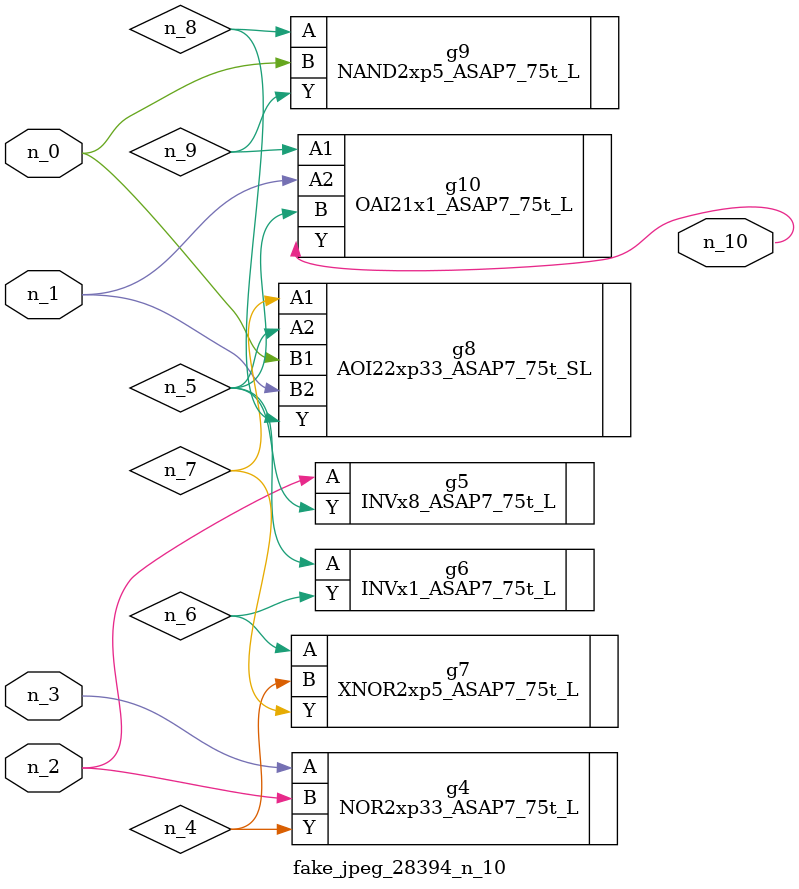
<source format=v>
module fake_jpeg_28394_n_10 (n_0, n_3, n_2, n_1, n_10);

input n_0;
input n_3;
input n_2;
input n_1;

output n_10;

wire n_4;
wire n_8;
wire n_9;
wire n_6;
wire n_5;
wire n_7;

NOR2xp33_ASAP7_75t_L g4 ( 
.A(n_3),
.B(n_2),
.Y(n_4)
);

INVx8_ASAP7_75t_L g5 ( 
.A(n_2),
.Y(n_5)
);

INVx1_ASAP7_75t_L g6 ( 
.A(n_5),
.Y(n_6)
);

XNOR2xp5_ASAP7_75t_L g7 ( 
.A(n_6),
.B(n_4),
.Y(n_7)
);

AOI22xp33_ASAP7_75t_SL g8 ( 
.A1(n_7),
.A2(n_5),
.B1(n_0),
.B2(n_1),
.Y(n_8)
);

NAND2xp5_ASAP7_75t_L g9 ( 
.A(n_8),
.B(n_0),
.Y(n_9)
);

OAI21x1_ASAP7_75t_L g10 ( 
.A1(n_9),
.A2(n_1),
.B(n_5),
.Y(n_10)
);


endmodule
</source>
